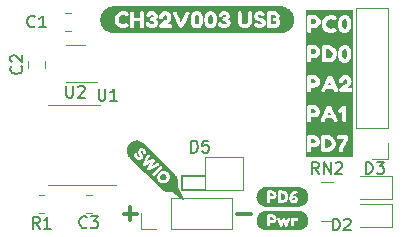
<source format=gbr>
%TF.GenerationSoftware,KiCad,Pcbnew,7.0.8*%
%TF.CreationDate,2024-02-06T14:03:30-06:00*%
%TF.ProjectId,Keeb,4b656562-2e6b-4696-9361-645f70636258,rev?*%
%TF.SameCoordinates,Original*%
%TF.FileFunction,Legend,Top*%
%TF.FilePolarity,Positive*%
%FSLAX46Y46*%
G04 Gerber Fmt 4.6, Leading zero omitted, Abs format (unit mm)*
G04 Created by KiCad (PCBNEW 7.0.8) date 2024-02-06 14:03:30*
%MOMM*%
%LPD*%
G01*
G04 APERTURE LIST*
%ADD10C,0.150000*%
%ADD11C,0.300000*%
%ADD12C,0.120000*%
G04 APERTURE END LIST*
D10*
X158000000Y-80000000D02*
X159000000Y-81000000D01*
X158800000Y-80600000D02*
X158000000Y-80000000D01*
X158000000Y-80200000D02*
X158400000Y-80400000D01*
X158200000Y-80000000D02*
X158700000Y-80400000D01*
X158400000Y-80400000D02*
X158700000Y-80400000D01*
X158400000Y-79800000D02*
X158400000Y-80400000D01*
X159000000Y-81000000D02*
X158400000Y-79800000D01*
X158000000Y-80200000D02*
X159000000Y-81000000D01*
D11*
X163554510Y-82229400D02*
X164697368Y-82229400D01*
X153954510Y-82229400D02*
X155097368Y-82229400D01*
X154525939Y-82800828D02*
X154525939Y-81657971D01*
D10*
X159661905Y-77054819D02*
X159661905Y-76054819D01*
X159661905Y-76054819D02*
X159900000Y-76054819D01*
X159900000Y-76054819D02*
X160042857Y-76102438D01*
X160042857Y-76102438D02*
X160138095Y-76197676D01*
X160138095Y-76197676D02*
X160185714Y-76292914D01*
X160185714Y-76292914D02*
X160233333Y-76483390D01*
X160233333Y-76483390D02*
X160233333Y-76626247D01*
X160233333Y-76626247D02*
X160185714Y-76816723D01*
X160185714Y-76816723D02*
X160138095Y-76911961D01*
X160138095Y-76911961D02*
X160042857Y-77007200D01*
X160042857Y-77007200D02*
X159900000Y-77054819D01*
X159900000Y-77054819D02*
X159661905Y-77054819D01*
X161138095Y-76054819D02*
X160661905Y-76054819D01*
X160661905Y-76054819D02*
X160614286Y-76531009D01*
X160614286Y-76531009D02*
X160661905Y-76483390D01*
X160661905Y-76483390D02*
X160757143Y-76435771D01*
X160757143Y-76435771D02*
X160995238Y-76435771D01*
X160995238Y-76435771D02*
X161090476Y-76483390D01*
X161090476Y-76483390D02*
X161138095Y-76531009D01*
X161138095Y-76531009D02*
X161185714Y-76626247D01*
X161185714Y-76626247D02*
X161185714Y-76864342D01*
X161185714Y-76864342D02*
X161138095Y-76959580D01*
X161138095Y-76959580D02*
X161090476Y-77007200D01*
X161090476Y-77007200D02*
X160995238Y-77054819D01*
X160995238Y-77054819D02*
X160757143Y-77054819D01*
X160757143Y-77054819D02*
X160661905Y-77007200D01*
X160661905Y-77007200D02*
X160614286Y-76959580D01*
X149100595Y-71404819D02*
X149100595Y-72214342D01*
X149100595Y-72214342D02*
X149148214Y-72309580D01*
X149148214Y-72309580D02*
X149195833Y-72357200D01*
X149195833Y-72357200D02*
X149291071Y-72404819D01*
X149291071Y-72404819D02*
X149481547Y-72404819D01*
X149481547Y-72404819D02*
X149576785Y-72357200D01*
X149576785Y-72357200D02*
X149624404Y-72309580D01*
X149624404Y-72309580D02*
X149672023Y-72214342D01*
X149672023Y-72214342D02*
X149672023Y-71404819D01*
X150100595Y-71500057D02*
X150148214Y-71452438D01*
X150148214Y-71452438D02*
X150243452Y-71404819D01*
X150243452Y-71404819D02*
X150481547Y-71404819D01*
X150481547Y-71404819D02*
X150576785Y-71452438D01*
X150576785Y-71452438D02*
X150624404Y-71500057D01*
X150624404Y-71500057D02*
X150672023Y-71595295D01*
X150672023Y-71595295D02*
X150672023Y-71690533D01*
X150672023Y-71690533D02*
X150624404Y-71833390D01*
X150624404Y-71833390D02*
X150052976Y-72404819D01*
X150052976Y-72404819D02*
X150672023Y-72404819D01*
X151838095Y-71654819D02*
X151838095Y-72464342D01*
X151838095Y-72464342D02*
X151885714Y-72559580D01*
X151885714Y-72559580D02*
X151933333Y-72607200D01*
X151933333Y-72607200D02*
X152028571Y-72654819D01*
X152028571Y-72654819D02*
X152219047Y-72654819D01*
X152219047Y-72654819D02*
X152314285Y-72607200D01*
X152314285Y-72607200D02*
X152361904Y-72559580D01*
X152361904Y-72559580D02*
X152409523Y-72464342D01*
X152409523Y-72464342D02*
X152409523Y-71654819D01*
X153409523Y-72654819D02*
X152838095Y-72654819D01*
X153123809Y-72654819D02*
X153123809Y-71654819D01*
X153123809Y-71654819D02*
X153028571Y-71797676D01*
X153028571Y-71797676D02*
X152933333Y-71892914D01*
X152933333Y-71892914D02*
X152838095Y-71940533D01*
X170472023Y-78854819D02*
X170138690Y-78378628D01*
X169900595Y-78854819D02*
X169900595Y-77854819D01*
X169900595Y-77854819D02*
X170281547Y-77854819D01*
X170281547Y-77854819D02*
X170376785Y-77902438D01*
X170376785Y-77902438D02*
X170424404Y-77950057D01*
X170424404Y-77950057D02*
X170472023Y-78045295D01*
X170472023Y-78045295D02*
X170472023Y-78188152D01*
X170472023Y-78188152D02*
X170424404Y-78283390D01*
X170424404Y-78283390D02*
X170376785Y-78331009D01*
X170376785Y-78331009D02*
X170281547Y-78378628D01*
X170281547Y-78378628D02*
X169900595Y-78378628D01*
X170900595Y-78854819D02*
X170900595Y-77854819D01*
X170900595Y-77854819D02*
X171472023Y-78854819D01*
X171472023Y-78854819D02*
X171472023Y-77854819D01*
X171900595Y-77950057D02*
X171948214Y-77902438D01*
X171948214Y-77902438D02*
X172043452Y-77854819D01*
X172043452Y-77854819D02*
X172281547Y-77854819D01*
X172281547Y-77854819D02*
X172376785Y-77902438D01*
X172376785Y-77902438D02*
X172424404Y-77950057D01*
X172424404Y-77950057D02*
X172472023Y-78045295D01*
X172472023Y-78045295D02*
X172472023Y-78140533D01*
X172472023Y-78140533D02*
X172424404Y-78283390D01*
X172424404Y-78283390D02*
X171852976Y-78854819D01*
X171852976Y-78854819D02*
X172472023Y-78854819D01*
X146833333Y-83504819D02*
X146500000Y-83028628D01*
X146261905Y-83504819D02*
X146261905Y-82504819D01*
X146261905Y-82504819D02*
X146642857Y-82504819D01*
X146642857Y-82504819D02*
X146738095Y-82552438D01*
X146738095Y-82552438D02*
X146785714Y-82600057D01*
X146785714Y-82600057D02*
X146833333Y-82695295D01*
X146833333Y-82695295D02*
X146833333Y-82838152D01*
X146833333Y-82838152D02*
X146785714Y-82933390D01*
X146785714Y-82933390D02*
X146738095Y-82981009D01*
X146738095Y-82981009D02*
X146642857Y-83028628D01*
X146642857Y-83028628D02*
X146261905Y-83028628D01*
X147785714Y-83504819D02*
X147214286Y-83504819D01*
X147500000Y-83504819D02*
X147500000Y-82504819D01*
X147500000Y-82504819D02*
X147404762Y-82647676D01*
X147404762Y-82647676D02*
X147309524Y-82742914D01*
X147309524Y-82742914D02*
X147214286Y-82790533D01*
X174461905Y-78854819D02*
X174461905Y-77854819D01*
X174461905Y-77854819D02*
X174700000Y-77854819D01*
X174700000Y-77854819D02*
X174842857Y-77902438D01*
X174842857Y-77902438D02*
X174938095Y-77997676D01*
X174938095Y-77997676D02*
X174985714Y-78092914D01*
X174985714Y-78092914D02*
X175033333Y-78283390D01*
X175033333Y-78283390D02*
X175033333Y-78426247D01*
X175033333Y-78426247D02*
X174985714Y-78616723D01*
X174985714Y-78616723D02*
X174938095Y-78711961D01*
X174938095Y-78711961D02*
X174842857Y-78807200D01*
X174842857Y-78807200D02*
X174700000Y-78854819D01*
X174700000Y-78854819D02*
X174461905Y-78854819D01*
X175366667Y-77854819D02*
X175985714Y-77854819D01*
X175985714Y-77854819D02*
X175652381Y-78235771D01*
X175652381Y-78235771D02*
X175795238Y-78235771D01*
X175795238Y-78235771D02*
X175890476Y-78283390D01*
X175890476Y-78283390D02*
X175938095Y-78331009D01*
X175938095Y-78331009D02*
X175985714Y-78426247D01*
X175985714Y-78426247D02*
X175985714Y-78664342D01*
X175985714Y-78664342D02*
X175938095Y-78759580D01*
X175938095Y-78759580D02*
X175890476Y-78807200D01*
X175890476Y-78807200D02*
X175795238Y-78854819D01*
X175795238Y-78854819D02*
X175509524Y-78854819D01*
X175509524Y-78854819D02*
X175414286Y-78807200D01*
X175414286Y-78807200D02*
X175366667Y-78759580D01*
X171661905Y-83654819D02*
X171661905Y-82654819D01*
X171661905Y-82654819D02*
X171900000Y-82654819D01*
X171900000Y-82654819D02*
X172042857Y-82702438D01*
X172042857Y-82702438D02*
X172138095Y-82797676D01*
X172138095Y-82797676D02*
X172185714Y-82892914D01*
X172185714Y-82892914D02*
X172233333Y-83083390D01*
X172233333Y-83083390D02*
X172233333Y-83226247D01*
X172233333Y-83226247D02*
X172185714Y-83416723D01*
X172185714Y-83416723D02*
X172138095Y-83511961D01*
X172138095Y-83511961D02*
X172042857Y-83607200D01*
X172042857Y-83607200D02*
X171900000Y-83654819D01*
X171900000Y-83654819D02*
X171661905Y-83654819D01*
X172614286Y-82750057D02*
X172661905Y-82702438D01*
X172661905Y-82702438D02*
X172757143Y-82654819D01*
X172757143Y-82654819D02*
X172995238Y-82654819D01*
X172995238Y-82654819D02*
X173090476Y-82702438D01*
X173090476Y-82702438D02*
X173138095Y-82750057D01*
X173138095Y-82750057D02*
X173185714Y-82845295D01*
X173185714Y-82845295D02*
X173185714Y-82940533D01*
X173185714Y-82940533D02*
X173138095Y-83083390D01*
X173138095Y-83083390D02*
X172566667Y-83654819D01*
X172566667Y-83654819D02*
X173185714Y-83654819D01*
X150833333Y-83359580D02*
X150785714Y-83407200D01*
X150785714Y-83407200D02*
X150642857Y-83454819D01*
X150642857Y-83454819D02*
X150547619Y-83454819D01*
X150547619Y-83454819D02*
X150404762Y-83407200D01*
X150404762Y-83407200D02*
X150309524Y-83311961D01*
X150309524Y-83311961D02*
X150261905Y-83216723D01*
X150261905Y-83216723D02*
X150214286Y-83026247D01*
X150214286Y-83026247D02*
X150214286Y-82883390D01*
X150214286Y-82883390D02*
X150261905Y-82692914D01*
X150261905Y-82692914D02*
X150309524Y-82597676D01*
X150309524Y-82597676D02*
X150404762Y-82502438D01*
X150404762Y-82502438D02*
X150547619Y-82454819D01*
X150547619Y-82454819D02*
X150642857Y-82454819D01*
X150642857Y-82454819D02*
X150785714Y-82502438D01*
X150785714Y-82502438D02*
X150833333Y-82550057D01*
X151166667Y-82454819D02*
X151785714Y-82454819D01*
X151785714Y-82454819D02*
X151452381Y-82835771D01*
X151452381Y-82835771D02*
X151595238Y-82835771D01*
X151595238Y-82835771D02*
X151690476Y-82883390D01*
X151690476Y-82883390D02*
X151738095Y-82931009D01*
X151738095Y-82931009D02*
X151785714Y-83026247D01*
X151785714Y-83026247D02*
X151785714Y-83264342D01*
X151785714Y-83264342D02*
X151738095Y-83359580D01*
X151738095Y-83359580D02*
X151690476Y-83407200D01*
X151690476Y-83407200D02*
X151595238Y-83454819D01*
X151595238Y-83454819D02*
X151309524Y-83454819D01*
X151309524Y-83454819D02*
X151214286Y-83407200D01*
X151214286Y-83407200D02*
X151166667Y-83359580D01*
X145279580Y-69766666D02*
X145327200Y-69814285D01*
X145327200Y-69814285D02*
X145374819Y-69957142D01*
X145374819Y-69957142D02*
X145374819Y-70052380D01*
X145374819Y-70052380D02*
X145327200Y-70195237D01*
X145327200Y-70195237D02*
X145231961Y-70290475D01*
X145231961Y-70290475D02*
X145136723Y-70338094D01*
X145136723Y-70338094D02*
X144946247Y-70385713D01*
X144946247Y-70385713D02*
X144803390Y-70385713D01*
X144803390Y-70385713D02*
X144612914Y-70338094D01*
X144612914Y-70338094D02*
X144517676Y-70290475D01*
X144517676Y-70290475D02*
X144422438Y-70195237D01*
X144422438Y-70195237D02*
X144374819Y-70052380D01*
X144374819Y-70052380D02*
X144374819Y-69957142D01*
X144374819Y-69957142D02*
X144422438Y-69814285D01*
X144422438Y-69814285D02*
X144470057Y-69766666D01*
X144470057Y-69385713D02*
X144422438Y-69338094D01*
X144422438Y-69338094D02*
X144374819Y-69242856D01*
X144374819Y-69242856D02*
X144374819Y-69004761D01*
X144374819Y-69004761D02*
X144422438Y-68909523D01*
X144422438Y-68909523D02*
X144470057Y-68861904D01*
X144470057Y-68861904D02*
X144565295Y-68814285D01*
X144565295Y-68814285D02*
X144660533Y-68814285D01*
X144660533Y-68814285D02*
X144803390Y-68861904D01*
X144803390Y-68861904D02*
X145374819Y-69433332D01*
X145374819Y-69433332D02*
X145374819Y-68814285D01*
X146433333Y-66359580D02*
X146385714Y-66407200D01*
X146385714Y-66407200D02*
X146242857Y-66454819D01*
X146242857Y-66454819D02*
X146147619Y-66454819D01*
X146147619Y-66454819D02*
X146004762Y-66407200D01*
X146004762Y-66407200D02*
X145909524Y-66311961D01*
X145909524Y-66311961D02*
X145861905Y-66216723D01*
X145861905Y-66216723D02*
X145814286Y-66026247D01*
X145814286Y-66026247D02*
X145814286Y-65883390D01*
X145814286Y-65883390D02*
X145861905Y-65692914D01*
X145861905Y-65692914D02*
X145909524Y-65597676D01*
X145909524Y-65597676D02*
X146004762Y-65502438D01*
X146004762Y-65502438D02*
X146147619Y-65454819D01*
X146147619Y-65454819D02*
X146242857Y-65454819D01*
X146242857Y-65454819D02*
X146385714Y-65502438D01*
X146385714Y-65502438D02*
X146433333Y-65550057D01*
X147385714Y-66454819D02*
X146814286Y-66454819D01*
X147100000Y-66454819D02*
X147100000Y-65454819D01*
X147100000Y-65454819D02*
X147004762Y-65597676D01*
X147004762Y-65597676D02*
X146909524Y-65692914D01*
X146909524Y-65692914D02*
X146814286Y-65740533D01*
%TO.C,kibuzzard-65C28AFE*%
G36*
X157446775Y-78873730D02*
G01*
X157528986Y-78927906D01*
X157583415Y-79010117D01*
X157603243Y-79113292D01*
X157594430Y-79186649D01*
X157564627Y-79255180D01*
X157513832Y-79318884D01*
X157450297Y-79369622D01*
X157382272Y-79399257D01*
X157309756Y-79407789D01*
X157207718Y-79387583D01*
X157125885Y-79333028D01*
X157071583Y-79250690D01*
X157052136Y-79147136D01*
X157061003Y-79073723D01*
X157090302Y-79005697D01*
X157140029Y-78943060D01*
X157202610Y-78893276D01*
X157270467Y-78863809D01*
X157343600Y-78854661D01*
X157446775Y-78873730D01*
G37*
G36*
X155144909Y-76028327D02*
G01*
X155226299Y-76040400D01*
X155306113Y-76060392D01*
X155383584Y-76088112D01*
X155457965Y-76123292D01*
X155528539Y-76165592D01*
X155594627Y-76214606D01*
X155655593Y-76269862D01*
X155697687Y-76311957D01*
X158288042Y-78902312D01*
X158330138Y-78944407D01*
X158385394Y-79005373D01*
X158434408Y-79071461D01*
X158476708Y-79142035D01*
X158511888Y-79216416D01*
X158539608Y-79293887D01*
X158559600Y-79373701D01*
X158571673Y-79455091D01*
X158575710Y-79537273D01*
X158571673Y-79619453D01*
X158559600Y-79700844D01*
X158539608Y-79780658D01*
X158511888Y-79858129D01*
X158476709Y-79932509D01*
X158434408Y-80003084D01*
X158385394Y-80069172D01*
X158330138Y-80130138D01*
X158269172Y-80185394D01*
X158203084Y-80234408D01*
X158132509Y-80276709D01*
X158058129Y-80311888D01*
X157980658Y-80339608D01*
X157900844Y-80359600D01*
X157819453Y-80371673D01*
X157737273Y-80375710D01*
X157655091Y-80371673D01*
X157573701Y-80359600D01*
X157493887Y-80339608D01*
X157416416Y-80311888D01*
X157342035Y-80276708D01*
X157271461Y-80234408D01*
X157205373Y-80185394D01*
X157144407Y-80130138D01*
X157102312Y-80088042D01*
X156738612Y-79724342D01*
X156214277Y-79200007D01*
X156155850Y-79141580D01*
X156799061Y-79141580D01*
X156807111Y-79246870D01*
X156834799Y-79344015D01*
X156882124Y-79433014D01*
X156949086Y-79513867D01*
X157029877Y-79580577D01*
X157118687Y-79627144D01*
X157215516Y-79653570D01*
X157320364Y-79659852D01*
X157425623Y-79646530D01*
X157523682Y-79614138D01*
X157614545Y-79562677D01*
X157698208Y-79492146D01*
X157768138Y-79408451D01*
X157817800Y-79317495D01*
X157847192Y-79219277D01*
X157856317Y-79113798D01*
X157846088Y-79008980D01*
X157817422Y-78912752D01*
X157770317Y-78825110D01*
X157704775Y-78746055D01*
X157629004Y-78684429D01*
X157541110Y-78638966D01*
X157445639Y-78610678D01*
X157347136Y-78600575D01*
X157246234Y-78610552D01*
X157143565Y-78642502D01*
X157044937Y-78695668D01*
X156956159Y-78769292D01*
X156888754Y-78850146D01*
X156840103Y-78939145D01*
X156810205Y-79036290D01*
X156799061Y-79141580D01*
X156155850Y-79141580D01*
X155926011Y-78911742D01*
X156390402Y-78911742D01*
X156436875Y-78977409D01*
X156495724Y-79022620D01*
X156542954Y-79028934D01*
X156578820Y-79012264D01*
X156615694Y-78978420D01*
X157177409Y-78416705D01*
X157224892Y-78359119D01*
X157225398Y-78303554D01*
X157178420Y-78237885D01*
X157119571Y-78192675D01*
X157072340Y-78186361D01*
X157035970Y-78203536D01*
X156999600Y-78236875D01*
X156437885Y-78798590D01*
X156392423Y-78856176D01*
X156390402Y-78911742D01*
X155926011Y-78911742D01*
X155778342Y-78764073D01*
X155093037Y-78078767D01*
X155570561Y-78078767D01*
X155608446Y-78146960D01*
X155687248Y-78179290D01*
X155723618Y-78175248D01*
X155749885Y-78167165D01*
X155770536Y-78156942D01*
X155826020Y-78129503D01*
X155916340Y-78084848D01*
X156041493Y-78022979D01*
X156201480Y-77943894D01*
X155971137Y-78410643D01*
X155967095Y-78472270D01*
X156001951Y-78540464D01*
X156070144Y-78575319D01*
X156123689Y-78575319D01*
X156147936Y-78565216D01*
X156902614Y-78198485D01*
X156964241Y-78161104D01*
X156983688Y-78107812D01*
X156961210Y-78028758D01*
X156923829Y-77971172D01*
X156879377Y-77947935D01*
X156838966Y-77950966D01*
X156791483Y-77972182D01*
X156340899Y-78200505D01*
X156575283Y-77733756D01*
X156579830Y-77672634D01*
X156548511Y-77607976D01*
X156499513Y-77573122D01*
X156445210Y-77564282D01*
X156389392Y-77580194D01*
X155946890Y-77802455D01*
X156173193Y-77353892D01*
X156199965Y-77281656D01*
X156179760Y-77229122D01*
X156116616Y-77186185D01*
X156038321Y-77162949D01*
X155985280Y-77182144D01*
X155946890Y-77242761D01*
X155581169Y-77998449D01*
X155573087Y-78020675D01*
X155570561Y-78078767D01*
X155093037Y-78078767D01*
X154780692Y-77766422D01*
X154511957Y-77497687D01*
X154469862Y-77455593D01*
X154414606Y-77394627D01*
X154365592Y-77328539D01*
X154335070Y-77277615D01*
X154861345Y-77277615D01*
X154874984Y-77354901D01*
X154914890Y-77452394D01*
X154949871Y-77504802D01*
X154993187Y-77553926D01*
X155059865Y-77608707D01*
X155135973Y-77649117D01*
X155221510Y-77675161D01*
X155292860Y-77680590D01*
X155367495Y-77666573D01*
X155441119Y-77632350D01*
X155509439Y-77577163D01*
X155563489Y-77510232D01*
X155594303Y-77440775D01*
X155603648Y-77373592D01*
X155593292Y-77313480D01*
X155569930Y-77256526D01*
X155540253Y-77198813D01*
X155507545Y-77144133D01*
X155475089Y-77096271D01*
X155434173Y-77008881D01*
X155453369Y-76938162D01*
X155518531Y-76916441D01*
X155588746Y-76955337D01*
X155629662Y-77022520D01*
X155632188Y-77051314D01*
X155633703Y-77073034D01*
X155666032Y-77145774D01*
X155714526Y-77169011D01*
X155787266Y-77165980D01*
X155867078Y-77134661D01*
X155885262Y-77053839D01*
X155879202Y-77009386D01*
X155841821Y-76908358D01*
X155800904Y-76843954D01*
X155746855Y-76782073D01*
X155668726Y-76718650D01*
X155586557Y-76680597D01*
X155500347Y-76667912D01*
X155416943Y-76677791D01*
X155343192Y-76707425D01*
X155279096Y-76756816D01*
X155225551Y-76823243D01*
X155194232Y-76893204D01*
X155183371Y-76961903D01*
X155191202Y-77024540D01*
X155211281Y-77084274D01*
X155237169Y-77144258D01*
X155266593Y-77200708D01*
X155297280Y-77249833D01*
X155338702Y-77336717D01*
X155325569Y-77401375D01*
X155272473Y-77433591D01*
X155215561Y-77427866D01*
X155154832Y-77384200D01*
X155121997Y-77320047D01*
X155114420Y-77246802D01*
X155107349Y-77163959D01*
X155086132Y-77117486D01*
X155008341Y-77088188D01*
X154937495Y-77093871D01*
X154896705Y-77112939D01*
X154864881Y-77197299D01*
X154862861Y-77217504D01*
X154861345Y-77277615D01*
X154335070Y-77277615D01*
X154323292Y-77257965D01*
X154288112Y-77183584D01*
X154260392Y-77106113D01*
X154240400Y-77026299D01*
X154228327Y-76944909D01*
X154224290Y-76862727D01*
X154228327Y-76780547D01*
X154240400Y-76699156D01*
X154260392Y-76619342D01*
X154288112Y-76541871D01*
X154323291Y-76467491D01*
X154365592Y-76396916D01*
X154414606Y-76330828D01*
X154469862Y-76269862D01*
X154530828Y-76214606D01*
X154596916Y-76165592D01*
X154667491Y-76123291D01*
X154741871Y-76088112D01*
X154819342Y-76060392D01*
X154899156Y-76040400D01*
X154980547Y-76028327D01*
X155062727Y-76024290D01*
X155144909Y-76028327D01*
G37*
D12*
%TO.C,J3*%
X163130000Y-83530000D02*
X163130000Y-80870000D01*
X157990000Y-83530000D02*
X163130000Y-83530000D01*
X156720000Y-83530000D02*
X155390000Y-83530000D01*
X157990000Y-80870000D02*
X163130000Y-80870000D01*
X155390000Y-83530000D02*
X155390000Y-82200000D01*
X157990000Y-83530000D02*
X157990000Y-80870000D01*
%TO.C,kibuzzard-65C27CFD*%
G36*
X167289775Y-64680178D02*
G01*
X167399537Y-64685570D01*
X167508242Y-64701695D01*
X167614842Y-64728397D01*
X167718313Y-64765419D01*
X167817656Y-64812405D01*
X167911915Y-64868902D01*
X168000183Y-64934366D01*
X168081609Y-65008166D01*
X168155409Y-65089592D01*
X168220873Y-65177860D01*
X168277370Y-65272119D01*
X168324356Y-65371463D01*
X168361378Y-65474933D01*
X168388080Y-65581533D01*
X168404205Y-65690238D01*
X168409597Y-65800000D01*
X168404205Y-65909762D01*
X168388080Y-66018467D01*
X168361378Y-66125067D01*
X168324356Y-66228537D01*
X168277370Y-66327881D01*
X168220873Y-66422140D01*
X168155409Y-66510408D01*
X168081609Y-66591834D01*
X168000183Y-66665634D01*
X167911915Y-66731098D01*
X167817656Y-66787595D01*
X167718313Y-66834581D01*
X167614842Y-66871603D01*
X167508242Y-66898305D01*
X167399537Y-66914430D01*
X167289775Y-66919822D01*
X167289775Y-66919823D01*
X167210400Y-66919823D01*
X166772250Y-66919823D01*
X165471135Y-66919823D01*
X164222408Y-66919823D01*
X162468855Y-66919823D01*
X161316330Y-66919823D01*
X160158090Y-66919823D01*
X158841735Y-66919823D01*
X157885425Y-66919823D01*
X156342375Y-66919823D01*
X155521320Y-66919823D01*
X153918263Y-66919823D01*
X153189600Y-66919823D01*
X153110225Y-66919823D01*
X153110225Y-66919822D01*
X153000463Y-66914430D01*
X152891759Y-66898305D01*
X152785158Y-66871603D01*
X152681688Y-66834581D01*
X152582344Y-66787595D01*
X152488085Y-66731098D01*
X152399817Y-66665634D01*
X152318391Y-66591834D01*
X152244591Y-66510408D01*
X152179127Y-66422140D01*
X152122630Y-66327881D01*
X152075644Y-66228538D01*
X152038622Y-66125067D01*
X152011920Y-66018467D01*
X151995795Y-65909762D01*
X151990403Y-65800000D01*
X151990824Y-65791427D01*
X153189600Y-65791427D01*
X153202221Y-65934541D01*
X153240083Y-66066700D01*
X153297471Y-66181953D01*
X153368670Y-66274345D01*
X153451776Y-66349116D01*
X153544883Y-66411505D01*
X153641561Y-66459606D01*
X153735383Y-66491515D01*
X153827299Y-66509374D01*
X153918263Y-66515327D01*
X154010417Y-66507707D01*
X154105905Y-66484848D01*
X154234493Y-66435318D01*
X154300215Y-66395313D01*
X154360223Y-66347688D01*
X154369040Y-66324828D01*
X154511670Y-66324828D01*
X154523100Y-66423888D01*
X154573583Y-66476751D01*
X154679310Y-66494373D01*
X154777418Y-66481514D01*
X154827900Y-66442937D01*
X154845998Y-66392455D01*
X154848855Y-66326733D01*
X154848855Y-65938113D01*
X155353680Y-65938113D01*
X155353680Y-66324828D01*
X155365110Y-66423888D01*
X155415593Y-66476751D01*
X155521320Y-66494373D01*
X155619428Y-66481514D01*
X155669910Y-66442937D01*
X155688008Y-66392455D01*
X155690865Y-66326733D01*
X155690865Y-66080988D01*
X155814690Y-66080988D01*
X155835645Y-66183858D01*
X155839455Y-66202907D01*
X155860410Y-66252438D01*
X155907559Y-66328161D01*
X155961375Y-66387693D01*
X156071442Y-66461776D01*
X156198442Y-66506226D01*
X156342375Y-66521043D01*
X156487367Y-66506332D01*
X156615002Y-66462199D01*
X156725280Y-66388645D01*
X156778092Y-66328637D01*
X156972930Y-66328637D01*
X157022460Y-66448653D01*
X157140570Y-66500087D01*
X157885425Y-66500087D01*
X158003535Y-66477228D01*
X158044493Y-66427698D01*
X158056875Y-66331495D01*
X158045445Y-66234340D01*
X158000678Y-66179095D01*
X157889235Y-66160998D01*
X157540620Y-66160998D01*
X157540620Y-66151472D01*
X157588245Y-66132423D01*
X157706355Y-66068129D01*
X157839705Y-65962878D01*
X157901618Y-65894298D01*
X157954005Y-65806667D01*
X157989724Y-65706655D01*
X158001630Y-65600928D01*
X157985755Y-65470012D01*
X157938130Y-65349044D01*
X157862160Y-65242787D01*
X158114025Y-65242787D01*
X158142600Y-65334227D01*
X158668380Y-66401028D01*
X158732198Y-66468655D01*
X158822685Y-66494373D01*
X158841735Y-66494373D01*
X158930318Y-66468655D01*
X158994135Y-66401028D01*
X159290825Y-65799047D01*
X159624690Y-65799047D01*
X159630828Y-65932609D01*
X159649243Y-66056434D01*
X159679935Y-66170523D01*
X159721131Y-66266249D01*
X159772328Y-66347688D01*
X159839479Y-66416029D01*
X159928538Y-66472465D01*
X160035932Y-66510327D01*
X160158090Y-66522948D01*
X160279772Y-66510565D01*
X160385738Y-66473418D01*
X160473129Y-66417220D01*
X160539090Y-66347688D01*
X160604098Y-66237793D01*
X160650533Y-66110039D01*
X160678393Y-65964425D01*
X160687680Y-65800953D01*
X160687584Y-65799047D01*
X160782930Y-65799047D01*
X160789068Y-65932609D01*
X160807483Y-66056434D01*
X160838175Y-66170523D01*
X160879371Y-66266249D01*
X160930568Y-66347688D01*
X160997719Y-66416029D01*
X161086778Y-66472465D01*
X161194172Y-66510327D01*
X161316330Y-66522948D01*
X161438012Y-66510565D01*
X161543978Y-66473418D01*
X161631369Y-66417220D01*
X161697330Y-66347688D01*
X161762338Y-66237793D01*
X161808773Y-66110039D01*
X161814331Y-66080988D01*
X161941170Y-66080988D01*
X161962125Y-66183858D01*
X161965935Y-66202907D01*
X161986890Y-66252438D01*
X162034039Y-66328161D01*
X162087855Y-66387693D01*
X162197922Y-66461776D01*
X162324922Y-66506226D01*
X162468855Y-66521043D01*
X162613847Y-66506332D01*
X162741482Y-66462199D01*
X162851760Y-66388645D01*
X162936427Y-66292442D01*
X162987227Y-66180365D01*
X163004160Y-66052413D01*
X162988444Y-65955258D01*
X162941295Y-65869532D01*
X162913600Y-65840958D01*
X163609950Y-65840958D01*
X163619594Y-65965259D01*
X163648526Y-66082893D01*
X163696747Y-66193859D01*
X163764255Y-66298158D01*
X163849742Y-66387692D01*
X163957613Y-66458178D01*
X164083343Y-66503898D01*
X164222408Y-66519138D01*
X164361711Y-66504136D01*
X164488155Y-66459130D01*
X164597216Y-66389836D01*
X164684370Y-66301968D01*
X164752712Y-66196240D01*
X164755215Y-66190525D01*
X164964405Y-66190525D01*
X165013935Y-66300062D01*
X165031080Y-66321018D01*
X165086325Y-66379120D01*
X165172050Y-66439128D01*
X165301590Y-66493420D01*
X165383981Y-66509851D01*
X165471135Y-66515327D01*
X165585647Y-66504109D01*
X165695502Y-66470454D01*
X165800700Y-66414363D01*
X165873090Y-66352212D01*
X165893117Y-66322922D01*
X166103595Y-66322922D01*
X166115025Y-66421983D01*
X166165508Y-66476275D01*
X166271235Y-66494373D01*
X166772250Y-66494373D01*
X166886868Y-66480085D01*
X166989420Y-66437223D01*
X167079908Y-66365785D01*
X167150710Y-66273181D01*
X167194208Y-66166818D01*
X167210400Y-66046697D01*
X167197912Y-65939806D01*
X167160447Y-65840111D01*
X167098005Y-65747612D01*
X167152298Y-65637599D01*
X167170395Y-65517107D01*
X167156637Y-65407041D01*
X167115362Y-65307981D01*
X167046570Y-65219927D01*
X166961480Y-65152194D01*
X166863690Y-65111554D01*
X166753200Y-65098008D01*
X166273140Y-65098008D01*
X166175033Y-65110866D01*
X166124550Y-65149442D01*
X166106453Y-65198972D01*
X166103595Y-65265647D01*
X166103595Y-66322922D01*
X165893117Y-66322922D01*
X165930240Y-66268630D01*
X165967388Y-66166951D01*
X165979770Y-66050508D01*
X165967626Y-65936446D01*
X165931193Y-65841910D01*
X165876662Y-65769758D01*
X165810225Y-65722848D01*
X165734501Y-65691177D01*
X165652110Y-65664745D01*
X165569719Y-65644028D01*
X165493995Y-65629503D01*
X165373028Y-65585688D01*
X165324450Y-65500915D01*
X165365408Y-65419000D01*
X165468278Y-65389472D01*
X165570195Y-65414238D01*
X165599723Y-65439002D01*
X165621630Y-65458052D01*
X165720690Y-65496153D01*
X165788318Y-65472340D01*
X165854040Y-65400902D01*
X165899760Y-65296127D01*
X165840705Y-65202782D01*
X165793080Y-65166588D01*
X165662588Y-65106580D01*
X165563289Y-65084434D01*
X165453990Y-65077052D01*
X165320534Y-65090917D01*
X165207187Y-65132509D01*
X165113948Y-65201830D01*
X165044627Y-65289777D01*
X165003034Y-65387250D01*
X164989170Y-65494247D01*
X165001314Y-65607357D01*
X165037748Y-65702845D01*
X165092278Y-65777854D01*
X165158715Y-65829527D01*
X165233963Y-65866913D01*
X165314925Y-65899060D01*
X165395888Y-65924539D01*
X165471135Y-65941922D01*
X165592103Y-65984785D01*
X165640680Y-66058128D01*
X165620995Y-66138561D01*
X165561940Y-66186821D01*
X165463515Y-66202907D01*
X165372075Y-66173380D01*
X165295875Y-66111468D01*
X165211103Y-66040030D01*
X165147285Y-66016217D01*
X165046320Y-66061937D01*
X164984884Y-66134089D01*
X164964405Y-66190525D01*
X164755215Y-66190525D01*
X164801528Y-66084798D01*
X164830817Y-65967640D01*
X164840580Y-65844768D01*
X164840580Y-65269458D01*
X164829150Y-65170397D01*
X164804385Y-65130392D01*
X164754855Y-65107533D01*
X164668178Y-65098008D01*
X164577690Y-65109437D01*
X164522445Y-65151347D01*
X164503395Y-65256122D01*
X164503395Y-65839053D01*
X164486250Y-65966211D01*
X164434815Y-66077177D01*
X164348614Y-66154330D01*
X164227170Y-66180047D01*
X164091915Y-66147663D01*
X164006190Y-66061937D01*
X163963328Y-65954305D01*
X163949040Y-65840958D01*
X163949040Y-65269458D01*
X163926180Y-65149442D01*
X163876650Y-65109437D01*
X163779495Y-65098008D01*
X163682340Y-65109437D01*
X163630905Y-65149442D01*
X163612808Y-65199925D01*
X163609950Y-65267552D01*
X163609950Y-65840958D01*
X162913600Y-65840958D01*
X162881288Y-65807620D01*
X162825090Y-65766663D01*
X162825090Y-65753328D01*
X162907640Y-65693532D01*
X162957170Y-65613204D01*
X162973680Y-65512345D01*
X162958652Y-65404924D01*
X162913567Y-65304912D01*
X162838425Y-65212307D01*
X162737248Y-65138224D01*
X162614058Y-65093774D01*
X162468855Y-65078957D01*
X162374319Y-65085625D01*
X162288833Y-65105627D01*
X162163103Y-65164682D01*
X162084045Y-65239930D01*
X162042135Y-65299937D01*
X161998320Y-65429478D01*
X162022133Y-65497581D01*
X162093570Y-65557112D01*
X162198345Y-65591402D01*
X162270735Y-65567590D01*
X162324075Y-65496153D01*
X162335505Y-65473292D01*
X162385035Y-65427572D01*
X162492668Y-65404712D01*
X162598395Y-65440907D01*
X162636495Y-65517107D01*
X162600300Y-65572829D01*
X162491715Y-65591402D01*
X162392655Y-65600928D01*
X162339791Y-65652839D01*
X162322170Y-65759042D01*
X162335029Y-65856674D01*
X162373605Y-65905727D01*
X162423135Y-65924778D01*
X162509813Y-65928587D01*
X162620303Y-65967640D01*
X162666975Y-66058128D01*
X162619350Y-66150520D01*
X162558390Y-66181238D01*
X162470760Y-66191478D01*
X162390750Y-66180047D01*
X162285975Y-66088608D01*
X162228825Y-65989548D01*
X162127860Y-65970497D01*
X161987843Y-65998120D01*
X161941170Y-66080988D01*
X161814331Y-66080988D01*
X161836633Y-65964425D01*
X161845920Y-65800953D01*
X161839570Y-65675011D01*
X161820520Y-65553726D01*
X161788770Y-65437098D01*
X161749003Y-65340895D01*
X161698283Y-65258027D01*
X161631608Y-65188019D01*
X161543978Y-65130392D01*
X161437536Y-65091816D01*
X161314425Y-65078957D01*
X161190838Y-65092054D01*
X161082968Y-65131345D01*
X160994147Y-65189924D01*
X160927710Y-65260885D01*
X160875084Y-65352563D01*
X160827698Y-65473292D01*
X160802827Y-65569601D01*
X160787904Y-65678186D01*
X160782930Y-65799047D01*
X160687584Y-65799047D01*
X160681330Y-65675011D01*
X160662280Y-65553726D01*
X160630530Y-65437098D01*
X160590763Y-65340895D01*
X160540043Y-65258027D01*
X160473368Y-65188019D01*
X160385738Y-65130392D01*
X160279296Y-65091816D01*
X160156185Y-65078957D01*
X160032598Y-65092054D01*
X159924728Y-65131345D01*
X159835907Y-65189924D01*
X159769470Y-65260885D01*
X159716844Y-65352563D01*
X159669458Y-65473292D01*
X159644587Y-65569601D01*
X159629664Y-65678186D01*
X159624690Y-65799047D01*
X159290825Y-65799047D01*
X159519915Y-65334227D01*
X159548490Y-65242787D01*
X159520391Y-65178970D01*
X159436095Y-65120868D01*
X159323700Y-65088482D01*
X159239880Y-65139917D01*
X159213210Y-65197067D01*
X158832210Y-66031457D01*
X158811493Y-65987404D01*
X158764583Y-65885725D01*
X158702670Y-65751184D01*
X158636948Y-65608547D01*
X158571463Y-65465911D01*
X158510265Y-65331370D01*
X158462402Y-65226595D01*
X158436923Y-65173255D01*
X158405490Y-65122772D01*
X158373105Y-65096102D01*
X158322623Y-65088482D01*
X158226420Y-65120868D01*
X158142124Y-65178970D01*
X158114025Y-65242787D01*
X157862160Y-65242787D01*
X157858755Y-65238025D01*
X157753874Y-65149654D01*
X157629732Y-65096632D01*
X157486328Y-65078957D01*
X157343029Y-65096420D01*
X157219204Y-65148807D01*
X157114853Y-65236120D01*
X157036007Y-65345446D01*
X156988699Y-65463873D01*
X156972930Y-65591402D01*
X156982455Y-65688557D01*
X157034366Y-65742850D01*
X157140570Y-65760948D01*
X157237725Y-65749518D01*
X157289160Y-65715228D01*
X157307258Y-65667603D01*
X157310115Y-65604737D01*
X157310115Y-65593308D01*
X157317735Y-65549492D01*
X157368218Y-65460910D01*
X157473945Y-65416142D01*
X157569195Y-65433288D01*
X157619678Y-65470435D01*
X157649205Y-65521870D01*
X157662540Y-65570448D01*
X157644681Y-65653791D01*
X157591103Y-65732372D01*
X157512283Y-65804524D01*
X157418700Y-65868580D01*
X157317735Y-65929064D01*
X157216770Y-65990500D01*
X157123187Y-66058604D01*
X157044368Y-66139090D01*
X156990789Y-66229816D01*
X156972930Y-66328637D01*
X156778092Y-66328637D01*
X156809947Y-66292442D01*
X156860747Y-66180365D01*
X156877680Y-66052413D01*
X156861964Y-65955258D01*
X156814815Y-65869532D01*
X156754808Y-65807620D01*
X156698610Y-65766663D01*
X156698610Y-65753328D01*
X156781160Y-65693532D01*
X156830690Y-65613204D01*
X156847200Y-65512345D01*
X156832172Y-65404924D01*
X156787087Y-65304912D01*
X156711945Y-65212307D01*
X156610768Y-65138224D01*
X156487578Y-65093774D01*
X156342375Y-65078957D01*
X156247839Y-65085625D01*
X156162353Y-65105627D01*
X156036623Y-65164682D01*
X155957565Y-65239930D01*
X155915655Y-65299937D01*
X155871840Y-65429478D01*
X155895653Y-65497581D01*
X155967090Y-65557112D01*
X156071865Y-65591402D01*
X156144255Y-65567590D01*
X156197595Y-65496153D01*
X156209025Y-65473292D01*
X156258555Y-65427572D01*
X156366188Y-65404712D01*
X156471915Y-65440907D01*
X156510015Y-65517107D01*
X156473820Y-65572829D01*
X156365235Y-65591402D01*
X156266175Y-65600928D01*
X156213311Y-65652839D01*
X156195690Y-65759042D01*
X156208549Y-65856674D01*
X156247125Y-65905727D01*
X156296655Y-65924778D01*
X156383333Y-65928587D01*
X156493823Y-65967640D01*
X156540495Y-66058128D01*
X156492870Y-66150520D01*
X156431910Y-66181238D01*
X156344280Y-66191478D01*
X156264270Y-66180047D01*
X156159495Y-66088608D01*
X156102345Y-65989548D01*
X156001380Y-65970497D01*
X155861363Y-65998120D01*
X155814690Y-66080988D01*
X155690865Y-66080988D01*
X155690865Y-65269458D01*
X155681340Y-65170397D01*
X155654670Y-65132297D01*
X155605140Y-65109437D01*
X155517510Y-65099913D01*
X155426070Y-65111342D01*
X155374635Y-65151347D01*
X155356538Y-65201830D01*
X155353680Y-65267552D01*
X155353680Y-65658077D01*
X154848855Y-65658077D01*
X154848855Y-65269458D01*
X154839330Y-65170397D01*
X154787419Y-65117534D01*
X154681215Y-65099913D01*
X154583108Y-65112771D01*
X154532625Y-65151347D01*
X154514528Y-65201830D01*
X154511670Y-65267552D01*
X154511670Y-66324828D01*
X154369040Y-66324828D01*
X154385940Y-66281013D01*
X154344030Y-66174332D01*
X154277831Y-66094323D01*
X154216395Y-66067653D01*
X154124955Y-66105752D01*
X154090665Y-66130517D01*
X154015418Y-66160998D01*
X153903975Y-66176238D01*
X153780626Y-66155283D01*
X153662040Y-66092417D01*
X153564885Y-65972402D01*
X153536310Y-65891202D01*
X153526785Y-65800000D01*
X153536310Y-65708798D01*
X153564885Y-65627597D01*
X153660135Y-65509487D01*
X153781103Y-65445194D01*
X153903975Y-65423762D01*
X154023990Y-65439955D01*
X154117335Y-65488533D01*
X154214490Y-65530442D01*
X154277355Y-65504725D01*
X154347840Y-65427572D01*
X154387845Y-65321845D01*
X154338315Y-65231358D01*
X154284975Y-65197067D01*
X154239255Y-65170397D01*
X154099238Y-65114200D01*
X154007559Y-65093483D01*
X153917310Y-65086577D01*
X153791792Y-65098007D01*
X153666697Y-65132297D01*
X153542025Y-65189448D01*
X153448442Y-65249217D01*
X153365813Y-65321845D01*
X153295566Y-65411380D01*
X153239130Y-65521870D01*
X153201983Y-65649743D01*
X153189600Y-65791427D01*
X151990824Y-65791427D01*
X151995795Y-65690238D01*
X152011920Y-65581533D01*
X152038622Y-65474933D01*
X152075644Y-65371462D01*
X152122630Y-65272119D01*
X152179127Y-65177860D01*
X152244591Y-65089592D01*
X152318391Y-65008166D01*
X152399817Y-64934366D01*
X152488085Y-64868902D01*
X152582344Y-64812405D01*
X152681688Y-64765419D01*
X152785158Y-64728397D01*
X152891759Y-64701695D01*
X153000463Y-64685570D01*
X153110225Y-64680178D01*
X153110225Y-64680177D01*
X153189600Y-64680177D01*
X167210400Y-64680177D01*
X167289775Y-64680177D01*
X167289775Y-64680178D01*
G37*
G36*
X160241196Y-65440074D02*
G01*
X160301918Y-65511869D01*
X160338351Y-65631527D01*
X160350495Y-65799047D01*
X160350495Y-65810477D01*
X160338232Y-65973831D01*
X160301441Y-66090512D01*
X160240124Y-66160521D01*
X160154280Y-66183858D01*
X160070103Y-66159866D01*
X160009976Y-66087893D01*
X159973900Y-65967938D01*
X159961875Y-65800000D01*
X159974019Y-65632062D01*
X160010453Y-65512107D01*
X160071174Y-65440134D01*
X160156185Y-65416142D01*
X160241196Y-65440074D01*
G37*
G36*
X161399436Y-65440074D02*
G01*
X161460158Y-65511869D01*
X161496591Y-65631527D01*
X161508735Y-65799047D01*
X161508735Y-65810477D01*
X161496472Y-65973831D01*
X161459681Y-66090512D01*
X161398364Y-66160521D01*
X161312520Y-66183858D01*
X161228343Y-66159866D01*
X161168216Y-66087893D01*
X161132140Y-65967938D01*
X161120115Y-65800000D01*
X161132259Y-65632062D01*
X161168693Y-65512107D01*
X161229414Y-65440134D01*
X161314425Y-65416142D01*
X161399436Y-65440074D01*
G37*
G36*
X166801778Y-65454242D02*
G01*
X166833210Y-65520917D01*
X166827495Y-65589498D01*
X166736055Y-65629503D01*
X166618898Y-65656173D01*
X166583655Y-65765710D01*
X166617945Y-65875248D01*
X166720815Y-65901918D01*
X166827495Y-65917158D01*
X166862738Y-65955258D01*
X166873215Y-66027648D01*
X166843211Y-66124803D01*
X166753200Y-66157188D01*
X166440780Y-66157188D01*
X166440780Y-65435192D01*
X166707480Y-65435192D01*
X166801778Y-65454242D01*
G37*
%TO.C,kibuzzard-65C27CA6*%
G36*
X168849033Y-79972709D02*
G01*
X168929729Y-79984679D01*
X169008864Y-80004501D01*
X169085674Y-80031984D01*
X169159421Y-80066864D01*
X169229394Y-80108804D01*
X169294919Y-80157401D01*
X169355366Y-80212186D01*
X169410151Y-80272632D01*
X169458748Y-80338158D01*
X169500688Y-80408131D01*
X169535568Y-80481877D01*
X169563051Y-80558688D01*
X169582873Y-80637823D01*
X169594843Y-80718519D01*
X169598846Y-80800000D01*
X169594843Y-80881481D01*
X169582873Y-80962177D01*
X169563051Y-81041312D01*
X169535568Y-81118123D01*
X169500688Y-81191869D01*
X169458748Y-81261842D01*
X169410151Y-81327368D01*
X169355366Y-81387814D01*
X169294919Y-81442599D01*
X169229394Y-81491196D01*
X169159421Y-81533136D01*
X169085674Y-81568016D01*
X169008864Y-81595499D01*
X168929729Y-81615321D01*
X168849033Y-81627291D01*
X168767552Y-81631294D01*
X168708021Y-81631294D01*
X168353691Y-81631294D01*
X167382141Y-81631294D01*
X166217709Y-81631294D01*
X166091979Y-81631294D01*
X166032448Y-81631294D01*
X165950967Y-81627291D01*
X165870271Y-81615321D01*
X165791136Y-81595499D01*
X165714326Y-81568016D01*
X165640579Y-81533136D01*
X165570606Y-81491196D01*
X165505081Y-81442599D01*
X165444634Y-81387814D01*
X165389849Y-81327368D01*
X165341252Y-81261842D01*
X165299312Y-81191869D01*
X165296762Y-81186477D01*
X166091979Y-81186477D01*
X166100552Y-81260772D01*
X166138414Y-81300420D01*
X166217709Y-81313636D01*
X166291290Y-81303992D01*
X166329152Y-81275059D01*
X166342725Y-81237197D01*
X166344868Y-81187906D01*
X166344868Y-81186477D01*
X166994949Y-81186477D01*
X167012094Y-81277917D01*
X167049956Y-81304706D01*
X167120679Y-81313636D01*
X167382141Y-81313636D01*
X167487377Y-81303902D01*
X167584487Y-81274702D01*
X167673472Y-81226035D01*
X167754330Y-81157902D01*
X167821526Y-81076151D01*
X167869523Y-80986630D01*
X167893259Y-80906442D01*
X167979358Y-80906442D01*
X167989836Y-81024472D01*
X168021268Y-81127104D01*
X168073656Y-81214337D01*
X168146681Y-81280616D01*
X168240026Y-81320383D01*
X168353691Y-81333638D01*
X168446956Y-81322843D01*
X168530538Y-81290458D01*
X168604436Y-81236483D01*
X168661983Y-81166474D01*
X168696511Y-81085988D01*
X168708021Y-80995024D01*
X168696829Y-80919539D01*
X168663253Y-80849292D01*
X168607294Y-80784284D01*
X168535618Y-80732293D01*
X168454894Y-80701099D01*
X168365121Y-80690701D01*
X168259393Y-80714989D01*
X168266537Y-80694987D01*
X168292969Y-80644981D01*
X168343689Y-80589259D01*
X168430129Y-80540682D01*
X168543714Y-80520679D01*
X168626582Y-80512107D01*
X168655157Y-80493533D01*
X168672302Y-80456386D01*
X168679446Y-80390663D01*
X168670873Y-80322083D01*
X168637298Y-80281364D01*
X168558002Y-80267791D01*
X168455103Y-80275106D01*
X168361292Y-80297051D01*
X168276567Y-80333627D01*
X168200929Y-80384834D01*
X168134377Y-80450671D01*
X168078571Y-80527423D01*
X168035165Y-80611376D01*
X168004161Y-80702531D01*
X167985559Y-80800886D01*
X167979358Y-80906442D01*
X167893259Y-80906442D01*
X167898321Y-80889342D01*
X167907921Y-80784284D01*
X167898098Y-80679628D01*
X167868630Y-80583544D01*
X167819517Y-80496033D01*
X167750758Y-80417095D01*
X167669051Y-80351774D01*
X167581094Y-80305117D01*
X167486886Y-80277122D01*
X167386427Y-80267791D01*
X167122108Y-80266362D01*
X167048527Y-80276006D01*
X167010666Y-80304938D01*
X166997092Y-80342086D01*
X166994949Y-80392092D01*
X166994949Y-81186477D01*
X166344868Y-81186477D01*
X166344868Y-81026457D01*
X166523462Y-81026457D01*
X166607282Y-81016297D01*
X166689197Y-80985817D01*
X166769207Y-80935017D01*
X166822428Y-80883046D01*
X166864933Y-80815716D01*
X166892794Y-80736242D01*
X166902081Y-80647838D01*
X166892794Y-80559256D01*
X166864933Y-80479246D01*
X166822428Y-80411380D01*
X166769207Y-80359231D01*
X166689356Y-80308431D01*
X166607917Y-80277951D01*
X166524891Y-80267791D01*
X166219138Y-80267791D01*
X166145557Y-80277435D01*
X166107696Y-80306367D01*
X166094122Y-80344229D01*
X166091979Y-80393521D01*
X166091979Y-81186477D01*
X165296762Y-81186477D01*
X165264432Y-81118123D01*
X165236949Y-81041312D01*
X165217127Y-80962177D01*
X165205157Y-80881481D01*
X165201154Y-80800000D01*
X165205157Y-80718519D01*
X165217127Y-80637823D01*
X165236949Y-80558688D01*
X165264432Y-80481877D01*
X165299312Y-80408131D01*
X165341252Y-80338158D01*
X165389849Y-80272632D01*
X165444634Y-80212186D01*
X165505081Y-80157401D01*
X165570606Y-80108804D01*
X165640579Y-80066864D01*
X165714326Y-80031984D01*
X165791136Y-80004501D01*
X165870271Y-79984679D01*
X165950967Y-79972709D01*
X166032448Y-79968706D01*
X166091979Y-79968706D01*
X168708021Y-79968706D01*
X168767552Y-79968706D01*
X168849033Y-79972709D01*
G37*
G36*
X167486618Y-80540146D02*
G01*
X167574307Y-80598546D01*
X167634851Y-80685879D01*
X167655032Y-80792142D01*
X167634315Y-80898048D01*
X167572164Y-80984309D01*
X167484296Y-81041637D01*
X167386427Y-81060747D01*
X167247838Y-81060747D01*
X167247838Y-80520679D01*
X167384998Y-80520679D01*
X167486618Y-80540146D01*
G37*
G36*
X166609187Y-80552826D02*
G01*
X166650621Y-80647838D01*
X166609187Y-80742136D01*
X166524891Y-80773568D01*
X166344868Y-80773568D01*
X166344868Y-80520679D01*
X166523462Y-80520679D01*
X166609187Y-80552826D01*
G37*
G36*
X168432986Y-80942161D02*
G01*
X168457989Y-81003597D01*
X168430486Y-81075392D01*
X168347976Y-81099323D01*
X168256536Y-81066462D01*
X168242962Y-81035029D01*
X168239391Y-80993596D01*
X168268680Y-80940017D01*
X168352976Y-80913586D01*
X168432986Y-80942161D01*
G37*
%TO.C,kibuzzard-65C27C9E*%
G36*
X168845405Y-81980529D02*
G01*
X168925339Y-81992386D01*
X169003725Y-82012021D01*
X169079810Y-82039244D01*
X169152860Y-82073794D01*
X169222171Y-82115338D01*
X169287077Y-82163475D01*
X169346952Y-82217743D01*
X169401219Y-82277618D01*
X169449357Y-82342523D01*
X169490900Y-82411835D01*
X169525450Y-82484885D01*
X169552674Y-82560969D01*
X169572309Y-82639356D01*
X169584166Y-82719289D01*
X169588131Y-82800000D01*
X169584166Y-82880711D01*
X169572309Y-82960644D01*
X169552674Y-83039031D01*
X169525450Y-83115115D01*
X169490900Y-83188165D01*
X169449357Y-83257477D01*
X169401219Y-83322382D01*
X169346952Y-83382257D01*
X169287077Y-83436525D01*
X169222171Y-83484662D01*
X169152860Y-83526206D01*
X169079810Y-83560756D01*
X169003725Y-83587979D01*
X168925339Y-83607614D01*
X168845405Y-83619471D01*
X168764694Y-83623436D01*
X168705163Y-83623436D01*
X168255107Y-83623436D01*
X167707896Y-83623436D01*
X166220567Y-83623436D01*
X166094837Y-83623436D01*
X166035306Y-83623436D01*
X165954595Y-83619471D01*
X165874661Y-83607614D01*
X165796275Y-83587979D01*
X165720190Y-83560756D01*
X165647140Y-83526206D01*
X165577829Y-83484662D01*
X165512923Y-83436525D01*
X165453048Y-83382257D01*
X165398781Y-83322382D01*
X165350643Y-83257477D01*
X165311942Y-83192906D01*
X166094837Y-83192906D01*
X166103409Y-83267201D01*
X166141271Y-83306849D01*
X166220567Y-83320065D01*
X166294147Y-83310421D01*
X166332009Y-83281489D01*
X166345582Y-83243627D01*
X166347726Y-83194335D01*
X166347726Y-83032886D01*
X166526319Y-83032886D01*
X166610139Y-83022726D01*
X166692054Y-82992246D01*
X166772064Y-82941446D01*
X166825285Y-82889475D01*
X166867791Y-82822146D01*
X166895651Y-82742671D01*
X166903437Y-82668555D01*
X166962088Y-82668555D01*
X166976376Y-82724276D01*
X167192117Y-83250056D01*
X167232122Y-83300777D01*
X167306417Y-83325780D01*
X167384998Y-83291490D01*
X167407858Y-83261486D01*
X167420002Y-83237912D01*
X167430004Y-83212194D01*
X167465722Y-83115039D01*
X167490190Y-83048067D01*
X167507871Y-83002882D01*
X167549622Y-83114008D01*
X167577721Y-83188302D01*
X167592167Y-83225767D01*
X167603597Y-83250056D01*
X167644316Y-83300777D01*
X167707896Y-83325780D01*
X167762188Y-83315779D01*
X167805051Y-83280774D01*
X167829054Y-83235769D01*
X168130806Y-83235769D01*
X168156523Y-83297205D01*
X168255107Y-83321494D01*
X168327973Y-83312207D01*
X168366549Y-83284346D01*
X168380122Y-83246484D01*
X168382266Y-83197192D01*
X168382266Y-82897155D01*
X168415841Y-82831433D01*
X168487993Y-82804286D01*
X168550144Y-82815716D01*
X168599436Y-82827146D01*
X168678017Y-82772854D01*
X168705163Y-82672841D01*
X168687304Y-82606404D01*
X168642298Y-82577115D01*
X168592292Y-82564971D01*
X168535856Y-82561399D01*
X168457989Y-82585687D01*
X168400125Y-82624264D01*
X168379408Y-82648552D01*
X168363692Y-82601404D01*
X168326187Y-82576758D01*
X168256536Y-82568542D01*
X168182955Y-82578187D01*
X168145093Y-82607119D01*
X168132949Y-82643552D01*
X168130806Y-82692844D01*
X168130806Y-83194335D01*
X168130806Y-83235769D01*
X167829054Y-83235769D01*
X167833626Y-83227196D01*
X167990788Y-82844291D01*
X168029364Y-82750708D01*
X168052224Y-82672841D01*
X168029364Y-82618906D01*
X167960784Y-82574258D01*
X167903634Y-82559970D01*
X167843627Y-82582830D01*
X167800764Y-82651410D01*
X167713611Y-82888583D01*
X167698529Y-82850483D01*
X167670431Y-82774283D01*
X167629314Y-82659982D01*
X167617884Y-82635694D01*
X167575736Y-82589974D01*
X167502156Y-82567114D01*
X167417859Y-82608547D01*
X167386427Y-82658554D01*
X167302131Y-82890011D01*
X167256569Y-82766186D01*
X167222756Y-82676651D01*
X167200689Y-82621406D01*
X167189259Y-82596403D01*
X167164256Y-82572114D01*
X167117822Y-82559970D01*
X167043527Y-82578544D01*
X166982448Y-82617477D01*
X166962088Y-82668555D01*
X166903437Y-82668555D01*
X166904938Y-82654267D01*
X166895651Y-82565685D01*
X166867791Y-82485675D01*
X166825285Y-82417809D01*
X166772064Y-82365660D01*
X166692213Y-82314860D01*
X166610774Y-82284380D01*
X166527748Y-82274220D01*
X166221996Y-82274220D01*
X166148415Y-82283864D01*
X166110553Y-82312796D01*
X166096980Y-82350658D01*
X166094837Y-82399950D01*
X166094837Y-83192906D01*
X165311942Y-83192906D01*
X165309100Y-83188165D01*
X165274550Y-83115115D01*
X165247326Y-83039031D01*
X165227691Y-82960644D01*
X165215834Y-82880711D01*
X165211869Y-82800000D01*
X165215834Y-82719289D01*
X165227691Y-82639356D01*
X165247326Y-82560969D01*
X165274550Y-82484885D01*
X165309100Y-82411835D01*
X165350643Y-82342523D01*
X165398781Y-82277618D01*
X165453048Y-82217743D01*
X165512923Y-82163475D01*
X165577829Y-82115338D01*
X165647140Y-82073794D01*
X165720190Y-82039244D01*
X165796275Y-82012021D01*
X165874661Y-81992386D01*
X165954595Y-81980529D01*
X166035306Y-81976564D01*
X166094837Y-81976564D01*
X168705163Y-81976564D01*
X168764694Y-81976564D01*
X168845405Y-81980529D01*
G37*
G36*
X166612044Y-82559256D02*
G01*
X166653478Y-82654267D01*
X166612044Y-82748565D01*
X166527748Y-82779997D01*
X166347726Y-82779997D01*
X166347726Y-82527109D01*
X166526319Y-82527109D01*
X166612044Y-82559256D01*
G37*
%TO.C,kibuzzard-65C27C56*%
G36*
X173394560Y-77410337D02*
G01*
X173310555Y-77410337D01*
X173134388Y-77410337D01*
X172348159Y-77410337D01*
X171206956Y-77410337D01*
X169656822Y-77410337D01*
X169489445Y-77410337D01*
X169405440Y-77410337D01*
X169405440Y-76819131D01*
X169489445Y-76819131D01*
X169500858Y-76918035D01*
X169551261Y-76970815D01*
X169656822Y-76988409D01*
X169754775Y-76975570D01*
X169805178Y-76937055D01*
X169823247Y-76886652D01*
X169826100Y-76821033D01*
X169826100Y-76819131D01*
X170691512Y-76819131D01*
X170714337Y-76940859D01*
X170764740Y-76976521D01*
X170858889Y-76988409D01*
X171206956Y-76988409D01*
X171347050Y-76975452D01*
X171476327Y-76936579D01*
X171594786Y-76871792D01*
X171702428Y-76781090D01*
X171791882Y-76672260D01*
X171855777Y-76553088D01*
X171894114Y-76423573D01*
X171906893Y-76283716D01*
X171893817Y-76144394D01*
X171864549Y-76048962D01*
X171854588Y-76016485D01*
X171789207Y-75899987D01*
X171697673Y-75794901D01*
X171660796Y-75765420D01*
X171982974Y-75765420D01*
X171994386Y-75860520D01*
X172040034Y-75915678D01*
X172150350Y-75934698D01*
X172584007Y-75934698D01*
X172542163Y-76021240D01*
X172496039Y-76089236D01*
X172441357Y-76169596D01*
X172382395Y-76260179D01*
X172323433Y-76358845D01*
X172268750Y-76468448D01*
X172222626Y-76591841D01*
X172191243Y-76720464D01*
X172180782Y-76845759D01*
X172183635Y-76909476D01*
X172201704Y-76952271D01*
X172252107Y-76982703D01*
X172348159Y-76990311D01*
X172444210Y-76982703D01*
X172494613Y-76953222D01*
X172513633Y-76911378D01*
X172517437Y-76849563D01*
X172536034Y-76727412D01*
X172591827Y-76581591D01*
X172684813Y-76412102D01*
X172754950Y-76300359D01*
X172824611Y-76189567D01*
X172889041Y-76078537D01*
X172943486Y-75966081D01*
X172980575Y-75862184D01*
X172992938Y-75776832D01*
X172981526Y-75670320D01*
X172931123Y-75616113D01*
X172825562Y-75598044D01*
X172644953Y-75598044D01*
X172140840Y-75598044D01*
X172030524Y-75620868D01*
X171994386Y-75670320D01*
X171982974Y-75765420D01*
X171660796Y-75765420D01*
X171588902Y-75707944D01*
X171471810Y-75645831D01*
X171346396Y-75608564D01*
X171212662Y-75596142D01*
X170860791Y-75594240D01*
X170762838Y-75607078D01*
X170712435Y-75645594D01*
X170694365Y-75695046D01*
X170691512Y-75761616D01*
X170691512Y-76819131D01*
X169826100Y-76819131D01*
X169826100Y-76606106D01*
X170063851Y-76606106D01*
X170175435Y-76592581D01*
X170284483Y-76552005D01*
X170390996Y-76484378D01*
X170461845Y-76415192D01*
X170518430Y-76325560D01*
X170555519Y-76219761D01*
X170567882Y-76102075D01*
X170555519Y-75984151D01*
X170518430Y-75877638D01*
X170461845Y-75787293D01*
X170390996Y-75717870D01*
X170284695Y-75650243D01*
X170176281Y-75609667D01*
X170065753Y-75596142D01*
X169660317Y-75596142D01*
X169658724Y-75596142D01*
X169560771Y-75608980D01*
X169510368Y-75647496D01*
X169492299Y-75697899D01*
X169489445Y-75763518D01*
X169489445Y-76819131D01*
X169405440Y-76819131D01*
X169405440Y-74296517D01*
X169490538Y-74296517D01*
X169502113Y-74396841D01*
X169553240Y-74450379D01*
X169660317Y-74468225D01*
X169759676Y-74455203D01*
X169810802Y-74416134D01*
X169829131Y-74365008D01*
X169830599Y-74331245D01*
X170661626Y-74331245D01*
X170689601Y-74396841D01*
X170773526Y-74454720D01*
X170876744Y-74487519D01*
X170938482Y-74469190D01*
X170973209Y-74433498D01*
X171003114Y-74377548D01*
X171103438Y-74169183D01*
X171637855Y-74169183D01*
X171738179Y-74377548D01*
X171768084Y-74435427D01*
X171802811Y-74472084D01*
X171864549Y-74489448D01*
X171967767Y-74456650D01*
X172051692Y-74397323D01*
X172079667Y-74331245D01*
X172046868Y-74232850D01*
X171900246Y-73929830D01*
X171695859Y-73507431D01*
X172137546Y-73507431D01*
X172198319Y-73627048D01*
X172315042Y-73694574D01*
X172450093Y-73634765D01*
X172475174Y-73611613D01*
X172475174Y-74300376D01*
X172478068Y-74370795D01*
X172496397Y-74423851D01*
X172548006Y-74461473D01*
X172644953Y-74474013D01*
X172744312Y-74460991D01*
X172795439Y-74421922D01*
X172813768Y-74370795D01*
X172816661Y-74304234D01*
X172816661Y-73229611D01*
X172807015Y-73127358D01*
X172780005Y-73085878D01*
X172729843Y-73063691D01*
X172638201Y-73054044D01*
X172529195Y-73104206D01*
X172523407Y-73108065D01*
X172207001Y-73393602D01*
X172137546Y-73507431D01*
X171695859Y-73507431D01*
X171525956Y-73156297D01*
X171462289Y-73081054D01*
X171371611Y-73055973D01*
X171279969Y-73082984D01*
X171215337Y-73154368D01*
X170694425Y-74232850D01*
X170661626Y-74331245D01*
X169830599Y-74331245D01*
X169832025Y-74298446D01*
X169832025Y-74080435D01*
X170073188Y-74080435D01*
X170186374Y-74066715D01*
X170296988Y-74025557D01*
X170405029Y-73956959D01*
X170476895Y-73886781D01*
X170534292Y-73795862D01*
X170571914Y-73688545D01*
X170584454Y-73569169D01*
X170571914Y-73449552D01*
X170534292Y-73341511D01*
X170476895Y-73249869D01*
X170405029Y-73179449D01*
X170297202Y-73110851D01*
X170187231Y-73069693D01*
X170075117Y-73055973D01*
X169663913Y-73055973D01*
X169662246Y-73055973D01*
X169562887Y-73068996D01*
X169511760Y-73108065D01*
X169493432Y-73159191D01*
X169490538Y-73225752D01*
X169490538Y-74296517D01*
X169405440Y-74296517D01*
X169405440Y-71773832D01*
X169491661Y-71773832D01*
X169503406Y-71875617D01*
X169555277Y-71929935D01*
X169663913Y-71948041D01*
X169764719Y-71934829D01*
X169816590Y-71895191D01*
X169835186Y-71843320D01*
X169836675Y-71809065D01*
X170679805Y-71809065D01*
X170708187Y-71875617D01*
X170793334Y-71934339D01*
X170898055Y-71967615D01*
X170960692Y-71949020D01*
X170995926Y-71912808D01*
X171026265Y-71856043D01*
X171128050Y-71644644D01*
X171670251Y-71644644D01*
X171772036Y-71856043D01*
X171802376Y-71914765D01*
X171837609Y-71951956D01*
X171900246Y-71969573D01*
X172004967Y-71936297D01*
X172090114Y-71876107D01*
X172118496Y-71809065D01*
X172108057Y-71777747D01*
X172196792Y-71777747D01*
X172247685Y-71901063D01*
X172369044Y-71953913D01*
X173134388Y-71953913D01*
X173255747Y-71930424D01*
X173297831Y-71879532D01*
X173310555Y-71780683D01*
X173298810Y-71680856D01*
X173252811Y-71624091D01*
X173138303Y-71605496D01*
X172780098Y-71605496D01*
X172780098Y-71595709D01*
X172829033Y-71576135D01*
X172950392Y-71510072D01*
X173087411Y-71401926D01*
X173151026Y-71331459D01*
X173204855Y-71241419D01*
X173241556Y-71138655D01*
X173253790Y-71030019D01*
X173237478Y-70895502D01*
X173188543Y-70771207D01*
X173106985Y-70657134D01*
X172999219Y-70566332D01*
X172871661Y-70511851D01*
X172724312Y-70493691D01*
X172672933Y-70499952D01*
X172577072Y-70511634D01*
X172449841Y-70565462D01*
X172342619Y-70655176D01*
X172261604Y-70767510D01*
X172212995Y-70889195D01*
X172196792Y-71020232D01*
X172206579Y-71120060D01*
X172259918Y-71175846D01*
X172369044Y-71194441D01*
X172468871Y-71182697D01*
X172521721Y-71147463D01*
X172540316Y-71098528D01*
X172543253Y-71033934D01*
X172543253Y-71022190D01*
X172551082Y-70977169D01*
X172602953Y-70886150D01*
X172711589Y-70840151D01*
X172809459Y-70857768D01*
X172861331Y-70895937D01*
X172891670Y-70948787D01*
X172905372Y-70998701D01*
X172887021Y-71084337D01*
X172831969Y-71165080D01*
X172750982Y-71239217D01*
X172654825Y-71305034D01*
X172551082Y-71367182D01*
X172447340Y-71430308D01*
X172351182Y-71500285D01*
X172270195Y-71582985D01*
X172215143Y-71676207D01*
X172196792Y-71777747D01*
X172108057Y-71777747D01*
X172085220Y-71709238D01*
X171556721Y-70617007D01*
X171492127Y-70540668D01*
X171400129Y-70515222D01*
X171307153Y-70542626D01*
X171286475Y-70565464D01*
X171241580Y-70615050D01*
X170713081Y-71709238D01*
X170679805Y-71809065D01*
X169836675Y-71809065D01*
X169838122Y-71775790D01*
X169838122Y-71554603D01*
X170082797Y-71554603D01*
X170197631Y-71540684D01*
X170309856Y-71498926D01*
X170419470Y-71429329D01*
X170492384Y-71358129D01*
X170550616Y-71265886D01*
X170588786Y-71157006D01*
X170601509Y-71035891D01*
X170588786Y-70914532D01*
X170550616Y-70804918D01*
X170492384Y-70711941D01*
X170419470Y-70640496D01*
X170310073Y-70570899D01*
X170198501Y-70529141D01*
X170084755Y-70515222D01*
X169667616Y-70515222D01*
X169665870Y-70515222D01*
X169565064Y-70528435D01*
X169513193Y-70568072D01*
X169494598Y-70619943D01*
X169491661Y-70687474D01*
X169491661Y-71773832D01*
X169405440Y-71773832D01*
X169405440Y-69251073D01*
X169492819Y-69251073D01*
X169504736Y-69354362D01*
X169557374Y-69409482D01*
X169667616Y-69427856D01*
X169769912Y-69414448D01*
X169822549Y-69374225D01*
X169841419Y-69321587D01*
X169844399Y-69253059D01*
X169844399Y-69251073D01*
X170748179Y-69251073D01*
X170772015Y-69378198D01*
X170824653Y-69415441D01*
X170922976Y-69427856D01*
X171286475Y-69427856D01*
X171432780Y-69414324D01*
X171567789Y-69373728D01*
X171691500Y-69306069D01*
X171803914Y-69211346D01*
X171897333Y-69097691D01*
X171964061Y-68973235D01*
X172004098Y-68837978D01*
X172016446Y-68702845D01*
X172116761Y-68702845D01*
X172123161Y-68842109D01*
X172142362Y-68971221D01*
X172174364Y-69090180D01*
X172217318Y-69189993D01*
X172270701Y-69274909D01*
X172340719Y-69346168D01*
X172433580Y-69405013D01*
X172545560Y-69444491D01*
X172672933Y-69457651D01*
X172799810Y-69444740D01*
X172910299Y-69406006D01*
X173001422Y-69347410D01*
X173070199Y-69274909D01*
X173137982Y-69160322D01*
X173186399Y-69027114D01*
X173215449Y-68875284D01*
X173225133Y-68704832D01*
X173218512Y-68573513D01*
X173198648Y-68447050D01*
X173165543Y-68325443D01*
X173124078Y-68225133D01*
X173071192Y-68138728D01*
X173001671Y-68065730D01*
X172910299Y-68005644D01*
X172799313Y-67965420D01*
X172671423Y-67952062D01*
X172670947Y-67952013D01*
X172542083Y-67965669D01*
X172429607Y-68006637D01*
X172336995Y-68067716D01*
X172267722Y-68141707D01*
X172212849Y-68237299D01*
X172163439Y-68363183D01*
X172137507Y-68463603D01*
X172121947Y-68576824D01*
X172116761Y-68702845D01*
X172016446Y-68702845D01*
X172017444Y-68691921D01*
X172003788Y-68546422D01*
X171962820Y-68412841D01*
X171894540Y-68291179D01*
X171798948Y-68181434D01*
X171685354Y-68090621D01*
X171563071Y-68025755D01*
X171509127Y-68009725D01*
X171432097Y-67986836D01*
X171292434Y-67973862D01*
X170924962Y-67971876D01*
X170822666Y-67985284D01*
X170770029Y-68025507D01*
X170751159Y-68077151D01*
X170748179Y-68146673D01*
X170748179Y-69251073D01*
X169844399Y-69251073D01*
X169844399Y-69028604D01*
X170092690Y-69028604D01*
X170209222Y-69014479D01*
X170323104Y-68972104D01*
X170434339Y-68901478D01*
X170508330Y-68829226D01*
X170567423Y-68735620D01*
X170606157Y-68625130D01*
X170619068Y-68502226D01*
X170606157Y-68379074D01*
X170567423Y-68267839D01*
X170508330Y-68173488D01*
X170434339Y-68100987D01*
X170323325Y-68030362D01*
X170210104Y-67987987D01*
X170094677Y-67973862D01*
X169671429Y-67973862D01*
X169669602Y-67973862D01*
X169567306Y-67987270D01*
X169514668Y-68027493D01*
X169495798Y-68080131D01*
X169492819Y-68148659D01*
X169492819Y-69251073D01*
X169405440Y-69251073D01*
X169405440Y-66728235D01*
X169494010Y-66728235D01*
X169506107Y-66833073D01*
X169559534Y-66889021D01*
X169671429Y-66907670D01*
X169775260Y-66894061D01*
X169828687Y-66853234D01*
X169847840Y-66799807D01*
X169850864Y-66730251D01*
X169850864Y-66502429D01*
X170102880Y-66502429D01*
X170221159Y-66488092D01*
X170336751Y-66445081D01*
X170449654Y-66373397D01*
X170524754Y-66300060D01*
X170584734Y-66205050D01*
X170599223Y-66163720D01*
X170737959Y-66163720D01*
X170751316Y-66315181D01*
X170791387Y-66455050D01*
X170852123Y-66577025D01*
X170927475Y-66674807D01*
X171015429Y-66753940D01*
X171113967Y-66819968D01*
X171216285Y-66870876D01*
X171315579Y-66904646D01*
X171412857Y-66923547D01*
X171509127Y-66929847D01*
X171606657Y-66921783D01*
X171707716Y-66897589D01*
X171843804Y-66845170D01*
X171913360Y-66802831D01*
X171976868Y-66752428D01*
X172004086Y-66681864D01*
X171959731Y-66568961D01*
X171889671Y-66484284D01*
X171824651Y-66456058D01*
X171727877Y-66496380D01*
X171691587Y-66522590D01*
X171611950Y-66554848D01*
X171494006Y-66570977D01*
X171363462Y-66548800D01*
X171237958Y-66482267D01*
X171135136Y-66355252D01*
X171104894Y-66269314D01*
X171094814Y-66172792D01*
X171094919Y-66171784D01*
X172106908Y-66171784D01*
X172113405Y-66313137D01*
X172132894Y-66444185D01*
X172165376Y-66564929D01*
X172208975Y-66666239D01*
X172263158Y-66752428D01*
X172334226Y-66824757D01*
X172428480Y-66884484D01*
X172542139Y-66924555D01*
X172671423Y-66937912D01*
X172800203Y-66924807D01*
X172912350Y-66885493D01*
X173004840Y-66826017D01*
X173074648Y-66752428D01*
X173143449Y-66636123D01*
X173192592Y-66500917D01*
X173222077Y-66346809D01*
X173231906Y-66173800D01*
X173225186Y-66040512D01*
X173205024Y-65912152D01*
X173171422Y-65788720D01*
X173129336Y-65686906D01*
X173075656Y-65599205D01*
X173005092Y-65525112D01*
X172912350Y-65464124D01*
X172799699Y-65423298D01*
X172669407Y-65409689D01*
X172538611Y-65423550D01*
X172424448Y-65465132D01*
X172330446Y-65527128D01*
X172260134Y-65602229D01*
X172204438Y-65699255D01*
X172154287Y-65827027D01*
X172127966Y-65928953D01*
X172112173Y-66043872D01*
X172106908Y-66171784D01*
X171094919Y-66171784D01*
X171104894Y-66076270D01*
X171135136Y-65990333D01*
X171235942Y-65865333D01*
X171363966Y-65797289D01*
X171494006Y-65774608D01*
X171621022Y-65791745D01*
X171719812Y-65843156D01*
X171822635Y-65887511D01*
X171889167Y-65860293D01*
X171963763Y-65778640D01*
X172006102Y-65666745D01*
X171953683Y-65570979D01*
X171897231Y-65534689D01*
X171848844Y-65506463D01*
X171700659Y-65446987D01*
X171603633Y-65425062D01*
X171508119Y-65417753D01*
X171375279Y-65429850D01*
X171242887Y-65466141D01*
X171110943Y-65526624D01*
X171011900Y-65589880D01*
X170924451Y-65666745D01*
X170850106Y-65761503D01*
X170790379Y-65878438D01*
X170751064Y-66013770D01*
X170737959Y-66163720D01*
X170599223Y-66163720D01*
X170624048Y-66092903D01*
X170637153Y-65968156D01*
X170624048Y-65843156D01*
X170584734Y-65730253D01*
X170524754Y-65634487D01*
X170449654Y-65560898D01*
X170336975Y-65489214D01*
X170222055Y-65446203D01*
X170104896Y-65431866D01*
X169673445Y-65431866D01*
X169569615Y-65445475D01*
X169516188Y-65486302D01*
X169497034Y-65539729D01*
X169494010Y-65609285D01*
X169494010Y-66728235D01*
X169405440Y-66728235D01*
X169405440Y-64989663D01*
X169489445Y-64989663D01*
X173310555Y-64989663D01*
X173394560Y-64989663D01*
X173394560Y-77410337D01*
G37*
G36*
X171431725Y-68352506D02*
G01*
X171553636Y-68433698D01*
X171637807Y-68555112D01*
X171665864Y-68702845D01*
X171637062Y-68850082D01*
X171550656Y-68970007D01*
X171428497Y-69049708D01*
X171292434Y-69076276D01*
X171099760Y-69076276D01*
X171099760Y-68325443D01*
X171290447Y-68325443D01*
X171431725Y-68352506D01*
G37*
G36*
X172759377Y-65791871D02*
G01*
X172823641Y-65867853D01*
X172862199Y-65994491D01*
X172875052Y-66171784D01*
X172875052Y-66183881D01*
X172862073Y-66356764D01*
X172823137Y-66480251D01*
X172758243Y-66554344D01*
X172667391Y-66579041D01*
X172578304Y-66553651D01*
X172514670Y-66477479D01*
X172476489Y-66350526D01*
X172463762Y-66172792D01*
X172476615Y-65995058D01*
X172515174Y-65868105D01*
X172579438Y-65791934D01*
X172669407Y-65766543D01*
X172759377Y-65791871D01*
G37*
G36*
X171346040Y-75958711D02*
G01*
X171462775Y-76036456D01*
X171543373Y-76152716D01*
X171570239Y-76294177D01*
X171542660Y-76435163D01*
X171459922Y-76549997D01*
X171342949Y-76626315D01*
X171212662Y-76651754D01*
X171028167Y-76651754D01*
X171028167Y-75932796D01*
X171210760Y-75932796D01*
X171346040Y-75958711D01*
G37*
G36*
X172759587Y-68328546D02*
G01*
X172822901Y-68403406D01*
X172860889Y-68528173D01*
X172873552Y-68702845D01*
X172873552Y-68714763D01*
X172860765Y-68885091D01*
X172822404Y-69006754D01*
X172758469Y-69079752D01*
X172668960Y-69104084D01*
X172581189Y-69079069D01*
X172518496Y-69004023D01*
X172480880Y-68878946D01*
X172468341Y-68703839D01*
X172481004Y-68528731D01*
X172518992Y-68403654D01*
X172582307Y-68328608D01*
X172670947Y-68303593D01*
X172759587Y-68328546D01*
G37*
G36*
X170223848Y-65834083D02*
G01*
X170282315Y-65968156D01*
X170223848Y-66101220D01*
X170104896Y-66145575D01*
X169850864Y-66145575D01*
X169850864Y-65788720D01*
X170102880Y-65788720D01*
X170223848Y-65834083D01*
G37*
G36*
X170211870Y-68370135D02*
G01*
X170269474Y-68502226D01*
X170211870Y-68633324D01*
X170094677Y-68677023D01*
X169844399Y-68677023D01*
X169844399Y-68325443D01*
X170092690Y-68325443D01*
X170211870Y-68370135D01*
G37*
G36*
X170200241Y-70905724D02*
G01*
X170257006Y-71035891D01*
X170200241Y-71165080D01*
X170084755Y-71208143D01*
X169838122Y-71208143D01*
X169838122Y-70861682D01*
X170082797Y-70861682D01*
X170200241Y-70905724D01*
G37*
G36*
X170188946Y-73440870D02*
G01*
X170244896Y-73569169D01*
X170188946Y-73696503D01*
X170075117Y-73738948D01*
X169832025Y-73738948D01*
X169832025Y-73397460D01*
X170073188Y-73397460D01*
X170188946Y-73440870D01*
G37*
G36*
X170177971Y-75975591D02*
G01*
X170233129Y-76102075D01*
X170177971Y-76227607D01*
X170065753Y-76269451D01*
X169826100Y-76269451D01*
X169826100Y-75932796D01*
X170063851Y-75932796D01*
X170177971Y-75975591D01*
G37*
G36*
X171529318Y-71354948D02*
G01*
X171268983Y-71354948D01*
X171398172Y-71086784D01*
X171529318Y-71354948D01*
G37*
G36*
X171498945Y-73883646D02*
G01*
X171242348Y-73883646D01*
X171369682Y-73619331D01*
X171498945Y-73883646D01*
G37*
%TO.C,D5*%
X160850000Y-79040000D02*
X158950000Y-79040000D01*
X158850000Y-78940000D02*
X160750000Y-78940000D01*
X158825000Y-80240000D02*
X158825000Y-78940000D01*
X158950000Y-80140000D02*
X160850000Y-80140000D01*
X160850000Y-80140000D02*
X160850000Y-80240000D01*
X158925000Y-79040000D02*
X158925000Y-80140000D01*
X160850000Y-80240000D02*
X158850000Y-80240000D01*
X160850000Y-80240000D02*
X164050000Y-80240000D01*
X164050000Y-80240000D02*
X164050000Y-77440000D01*
X164050000Y-77440000D02*
X160850000Y-77440000D01*
X160850000Y-77440000D02*
X160850000Y-80240000D01*
%TO.C,U2*%
X149862500Y-67990000D02*
X149062500Y-67990000D01*
X149862500Y-67990000D02*
X150662500Y-67990000D01*
X149862500Y-71110000D02*
X149062500Y-71110000D01*
X149862500Y-71110000D02*
X151662500Y-71110000D01*
%TO.C,U1*%
X149750000Y-79785000D02*
X147550000Y-79785000D01*
X149750000Y-79785000D02*
X153350000Y-79785000D01*
X149750000Y-73015000D02*
X147550000Y-73015000D01*
X149750000Y-73015000D02*
X151950000Y-73015000D01*
%TO.C,RN2*%
X171662500Y-82880000D02*
X170662500Y-82880000D01*
X171662500Y-79520000D02*
X170662500Y-79520000D01*
%TO.C,R1*%
X147227064Y-82135000D02*
X146772936Y-82135000D01*
X147227064Y-80665000D02*
X146772936Y-80665000D01*
%TO.C,J2*%
X176330000Y-76280000D02*
X176330000Y-77610000D01*
X176330000Y-75010000D02*
X173670000Y-75010000D01*
X176330000Y-64790000D02*
X173670000Y-64790000D01*
X176330000Y-75010000D02*
X176330000Y-64790000D01*
X176330000Y-77610000D02*
X175000000Y-77610000D01*
X173670000Y-75010000D02*
X173670000Y-64790000D01*
%TO.C,D3*%
X174000000Y-80960000D02*
X176685000Y-80960000D01*
X176685000Y-80960000D02*
X176685000Y-79040000D01*
X176685000Y-79040000D02*
X174000000Y-79040000D01*
%TO.C,D2*%
X174000000Y-83360000D02*
X176685000Y-83360000D01*
X176685000Y-83360000D02*
X176685000Y-81440000D01*
X176685000Y-81440000D02*
X174000000Y-81440000D01*
%TO.C,C3*%
X150738748Y-82135000D02*
X151261252Y-82135000D01*
X150738748Y-80665000D02*
X151261252Y-80665000D01*
%TO.C,C2*%
X147335000Y-69861252D02*
X147335000Y-69338748D01*
X145865000Y-69861252D02*
X145865000Y-69338748D01*
%TO.C,C1*%
X149511252Y-65265000D02*
X148988748Y-65265000D01*
X149511252Y-66735000D02*
X148988748Y-66735000D01*
%TD*%
M02*

</source>
